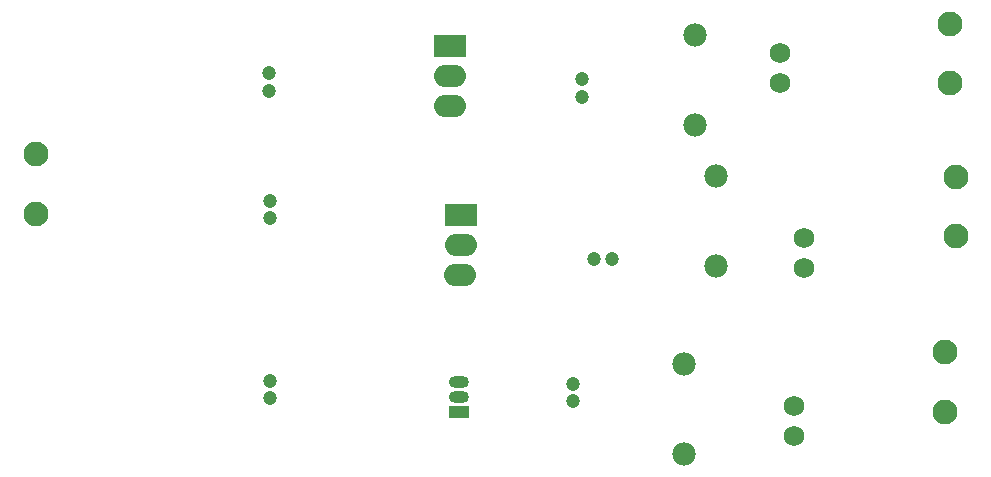
<source format=gbs>
G04 Layer: BottomSolderMaskLayer*
G04 EasyEDA v6.5.46, 2025-05-24 16:21:16*
G04 ef174af1d8114eec8ec5a0e0ba4c07ea,10*
G04 Gerber Generator version 0.2*
G04 Scale: 100 percent, Rotated: No, Reflected: No *
G04 Dimensions in millimeters *
G04 leading zeros omitted , absolute positions ,4 integer and 5 decimal *
%FSLAX45Y45*%
%MOMM*%

%AMMACRO1*4,1,8,-1.3212,-0.9508,-1.3509,-0.9209,-1.3509,0.9211,-1.3212,0.9508,1.3209,0.9508,1.3509,0.9211,1.3509,-0.9209,1.3209,-0.9508,-1.3212,-0.9508,0*%
%AMMACRO2*4,1,8,-0.8212,-0.5009,-0.8509,-0.4709,-0.8509,0.4712,-0.8212,0.5009,0.8209,0.5009,0.8509,0.4712,0.8509,-0.4709,0.8209,-0.5009,-0.8212,-0.5009,0*%
%ADD10C,1.2032*%
%ADD11C,1.7526*%
%ADD12C,2.1016*%
%ADD13C,1.9812*%
%ADD14O,2.7015948X1.9015964*%
%ADD15MACRO1*%
%ADD16O,1.7015968X1.0015981999999999*%
%ADD17MACRO2*%

%LPD*%
D10*
G01*
X5981710Y6831467D03*
G01*
X5981710Y6681353D03*
G01*
X3340089Y5652632D03*
G01*
X3340089Y5802746D03*
G01*
X6234567Y5308589D03*
G01*
X6084453Y5308589D03*
G01*
X3340089Y4128632D03*
G01*
X3340089Y4278746D03*
G01*
X5905489Y4103232D03*
G01*
X5905489Y4253346D03*
G01*
X3327389Y6732132D03*
G01*
X3327389Y6882246D03*
D11*
G01*
X7658100Y7048500D03*
G01*
X7658100Y6794500D03*
G01*
X7861300Y5486400D03*
G01*
X7861300Y5232400D03*
G01*
X7772400Y4064000D03*
G01*
X7772400Y3810000D03*
D12*
G01*
X1358900Y5693155D03*
G01*
X1358900Y6194044D03*
G01*
X9093200Y6798055D03*
G01*
X9093200Y7298944D03*
G01*
X9144000Y5502655D03*
G01*
X9144000Y6003544D03*
G01*
X9055100Y4016755D03*
G01*
X9055100Y4517644D03*
D13*
G01*
X6934200Y6438900D03*
G01*
X6934200Y7200900D03*
G01*
X7112000Y5245100D03*
G01*
X7112000Y6007100D03*
G01*
X6845300Y3657600D03*
G01*
X6845300Y4419600D03*
D14*
G01*
X4864595Y6858012D03*
G01*
X4863604Y6603987D03*
D15*
G01*
X4864595Y7112012D03*
D14*
G01*
X4953495Y5422912D03*
G01*
X4952504Y5168887D03*
D15*
G01*
X4953495Y5676912D03*
D16*
G01*
X4940300Y4267200D03*
G01*
X4940300Y4140200D03*
D17*
G01*
X4940300Y4013200D03*
M02*

</source>
